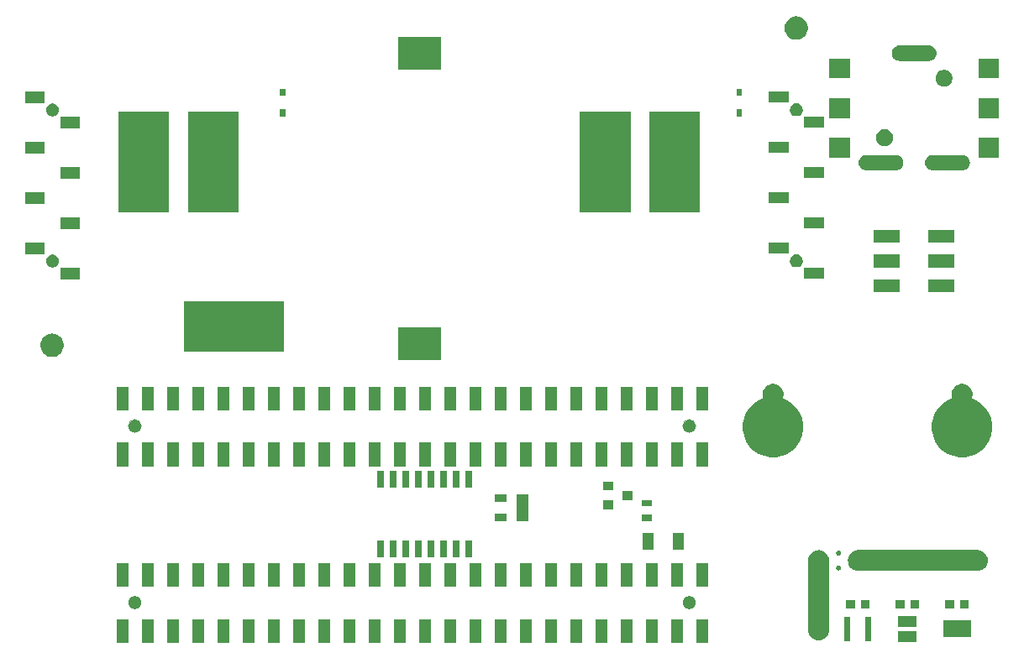
<source format=gts>
G04 #@! TF.GenerationSoftware,KiCad,Pcbnew,(5.1.4)-1*
G04 #@! TF.CreationDate,2020-03-06T20:10:18-08:00*
G04 #@! TF.ProjectId,Light_intensity_data_logger,4c696768-745f-4696-9e74-656e73697479,rev?*
G04 #@! TF.SameCoordinates,Original*
G04 #@! TF.FileFunction,Soldermask,Top*
G04 #@! TF.FilePolarity,Negative*
%FSLAX46Y46*%
G04 Gerber Fmt 4.6, Leading zero omitted, Abs format (unit mm)*
G04 Created by KiCad (PCBNEW (5.1.4)-1) date 2020-03-06 20:10:18*
%MOMM*%
%LPD*%
G04 APERTURE LIST*
%ADD10C,0.100000*%
%ADD11C,0.010000*%
G04 APERTURE END LIST*
D10*
X85726000Y-92450000D02*
G75*
G03X85726000Y-92450000I-646000J0D01*
G01*
D11*
G36*
X99611000Y-90785000D02*
G01*
X98489000Y-90785000D01*
X98489000Y-88463000D01*
X99611000Y-88463000D01*
X99611000Y-90785000D01*
G37*
X99611000Y-90785000D02*
X98489000Y-90785000D01*
X98489000Y-88463000D01*
X99611000Y-88463000D01*
X99611000Y-90785000D01*
G36*
X102151000Y-96437000D02*
G01*
X101029000Y-96437000D01*
X101029000Y-94115000D01*
X102151000Y-94115000D01*
X102151000Y-96437000D01*
G37*
X102151000Y-96437000D02*
X101029000Y-96437000D01*
X101029000Y-94115000D01*
X102151000Y-94115000D01*
X102151000Y-96437000D01*
D10*
X141606000Y-92450000D02*
G75*
G03X141606000Y-92450000I-646000J0D01*
G01*
D11*
G36*
X97071000Y-96437000D02*
G01*
X95949000Y-96437000D01*
X95949000Y-94115000D01*
X97071000Y-94115000D01*
X97071000Y-96437000D01*
G37*
X97071000Y-96437000D02*
X95949000Y-96437000D01*
X95949000Y-94115000D01*
X97071000Y-94115000D01*
X97071000Y-96437000D01*
G36*
X97071000Y-90785000D02*
G01*
X95949000Y-90785000D01*
X95949000Y-88463000D01*
X97071000Y-88463000D01*
X97071000Y-90785000D01*
G37*
X97071000Y-90785000D02*
X95949000Y-90785000D01*
X95949000Y-88463000D01*
X97071000Y-88463000D01*
X97071000Y-90785000D01*
G36*
X84371000Y-90785000D02*
G01*
X83249000Y-90785000D01*
X83249000Y-88463000D01*
X84371000Y-88463000D01*
X84371000Y-90785000D01*
G37*
X84371000Y-90785000D02*
X83249000Y-90785000D01*
X83249000Y-88463000D01*
X84371000Y-88463000D01*
X84371000Y-90785000D01*
G36*
X91991000Y-90785000D02*
G01*
X90869000Y-90785000D01*
X90869000Y-88463000D01*
X91991000Y-88463000D01*
X91991000Y-90785000D01*
G37*
X91991000Y-90785000D02*
X90869000Y-90785000D01*
X90869000Y-88463000D01*
X91991000Y-88463000D01*
X91991000Y-90785000D01*
G36*
X89451000Y-96437000D02*
G01*
X88329000Y-96437000D01*
X88329000Y-94115000D01*
X89451000Y-94115000D01*
X89451000Y-96437000D01*
G37*
X89451000Y-96437000D02*
X88329000Y-96437000D01*
X88329000Y-94115000D01*
X89451000Y-94115000D01*
X89451000Y-96437000D01*
G36*
X84371000Y-96437000D02*
G01*
X83249000Y-96437000D01*
X83249000Y-94115000D01*
X84371000Y-94115000D01*
X84371000Y-96437000D01*
G37*
X84371000Y-96437000D02*
X83249000Y-96437000D01*
X83249000Y-94115000D01*
X84371000Y-94115000D01*
X84371000Y-96437000D01*
G36*
X86911000Y-96437000D02*
G01*
X85789000Y-96437000D01*
X85789000Y-94115000D01*
X86911000Y-94115000D01*
X86911000Y-96437000D01*
G37*
X86911000Y-96437000D02*
X85789000Y-96437000D01*
X85789000Y-94115000D01*
X86911000Y-94115000D01*
X86911000Y-96437000D01*
G36*
X89451000Y-90785000D02*
G01*
X88329000Y-90785000D01*
X88329000Y-88463000D01*
X89451000Y-88463000D01*
X89451000Y-90785000D01*
G37*
X89451000Y-90785000D02*
X88329000Y-90785000D01*
X88329000Y-88463000D01*
X89451000Y-88463000D01*
X89451000Y-90785000D01*
G36*
X102151000Y-90785000D02*
G01*
X101029000Y-90785000D01*
X101029000Y-88463000D01*
X102151000Y-88463000D01*
X102151000Y-90785000D01*
G37*
X102151000Y-90785000D02*
X101029000Y-90785000D01*
X101029000Y-88463000D01*
X102151000Y-88463000D01*
X102151000Y-90785000D01*
G36*
X104691000Y-90785000D02*
G01*
X103569000Y-90785000D01*
X103569000Y-88463000D01*
X104691000Y-88463000D01*
X104691000Y-90785000D01*
G37*
X104691000Y-90785000D02*
X103569000Y-90785000D01*
X103569000Y-88463000D01*
X104691000Y-88463000D01*
X104691000Y-90785000D01*
G36*
X94531000Y-96437000D02*
G01*
X93409000Y-96437000D01*
X93409000Y-94115000D01*
X94531000Y-94115000D01*
X94531000Y-96437000D01*
G37*
X94531000Y-96437000D02*
X93409000Y-96437000D01*
X93409000Y-94115000D01*
X94531000Y-94115000D01*
X94531000Y-96437000D01*
G36*
X104691000Y-96437000D02*
G01*
X103569000Y-96437000D01*
X103569000Y-94115000D01*
X104691000Y-94115000D01*
X104691000Y-96437000D01*
G37*
X104691000Y-96437000D02*
X103569000Y-96437000D01*
X103569000Y-94115000D01*
X104691000Y-94115000D01*
X104691000Y-96437000D01*
G36*
X86911000Y-90785000D02*
G01*
X85789000Y-90785000D01*
X85789000Y-88463000D01*
X86911000Y-88463000D01*
X86911000Y-90785000D01*
G37*
X86911000Y-90785000D02*
X85789000Y-90785000D01*
X85789000Y-88463000D01*
X86911000Y-88463000D01*
X86911000Y-90785000D01*
G36*
X94531000Y-90785000D02*
G01*
X93409000Y-90785000D01*
X93409000Y-88463000D01*
X94531000Y-88463000D01*
X94531000Y-90785000D01*
G37*
X94531000Y-90785000D02*
X93409000Y-90785000D01*
X93409000Y-88463000D01*
X94531000Y-88463000D01*
X94531000Y-90785000D01*
G36*
X99611000Y-96437000D02*
G01*
X98489000Y-96437000D01*
X98489000Y-94115000D01*
X99611000Y-94115000D01*
X99611000Y-96437000D01*
G37*
X99611000Y-96437000D02*
X98489000Y-96437000D01*
X98489000Y-94115000D01*
X99611000Y-94115000D01*
X99611000Y-96437000D01*
G36*
X91991000Y-96437000D02*
G01*
X90869000Y-96437000D01*
X90869000Y-94115000D01*
X91991000Y-94115000D01*
X91991000Y-96437000D01*
G37*
X91991000Y-96437000D02*
X90869000Y-96437000D01*
X90869000Y-94115000D01*
X91991000Y-94115000D01*
X91991000Y-96437000D01*
G36*
X109771000Y-90785000D02*
G01*
X108649000Y-90785000D01*
X108649000Y-88463000D01*
X109771000Y-88463000D01*
X109771000Y-90785000D01*
G37*
X109771000Y-90785000D02*
X108649000Y-90785000D01*
X108649000Y-88463000D01*
X109771000Y-88463000D01*
X109771000Y-90785000D01*
G36*
X114851000Y-96437000D02*
G01*
X113729000Y-96437000D01*
X113729000Y-94115000D01*
X114851000Y-94115000D01*
X114851000Y-96437000D01*
G37*
X114851000Y-96437000D02*
X113729000Y-96437000D01*
X113729000Y-94115000D01*
X114851000Y-94115000D01*
X114851000Y-96437000D01*
G36*
X109771000Y-96437000D02*
G01*
X108649000Y-96437000D01*
X108649000Y-94115000D01*
X109771000Y-94115000D01*
X109771000Y-96437000D01*
G37*
X109771000Y-96437000D02*
X108649000Y-96437000D01*
X108649000Y-94115000D01*
X109771000Y-94115000D01*
X109771000Y-96437000D01*
G36*
X112311000Y-90785000D02*
G01*
X111189000Y-90785000D01*
X111189000Y-88463000D01*
X112311000Y-88463000D01*
X112311000Y-90785000D01*
G37*
X112311000Y-90785000D02*
X111189000Y-90785000D01*
X111189000Y-88463000D01*
X112311000Y-88463000D01*
X112311000Y-90785000D01*
G36*
X114851000Y-90785000D02*
G01*
X113729000Y-90785000D01*
X113729000Y-88463000D01*
X114851000Y-88463000D01*
X114851000Y-90785000D01*
G37*
X114851000Y-90785000D02*
X113729000Y-90785000D01*
X113729000Y-88463000D01*
X114851000Y-88463000D01*
X114851000Y-90785000D01*
G36*
X119931000Y-90785000D02*
G01*
X118809000Y-90785000D01*
X118809000Y-88463000D01*
X119931000Y-88463000D01*
X119931000Y-90785000D01*
G37*
X119931000Y-90785000D02*
X118809000Y-90785000D01*
X118809000Y-88463000D01*
X119931000Y-88463000D01*
X119931000Y-90785000D01*
G36*
X112311000Y-96437000D02*
G01*
X111189000Y-96437000D01*
X111189000Y-94115000D01*
X112311000Y-94115000D01*
X112311000Y-96437000D01*
G37*
X112311000Y-96437000D02*
X111189000Y-96437000D01*
X111189000Y-94115000D01*
X112311000Y-94115000D01*
X112311000Y-96437000D01*
G36*
X117391000Y-96437000D02*
G01*
X116269000Y-96437000D01*
X116269000Y-94115000D01*
X117391000Y-94115000D01*
X117391000Y-96437000D01*
G37*
X117391000Y-96437000D02*
X116269000Y-96437000D01*
X116269000Y-94115000D01*
X117391000Y-94115000D01*
X117391000Y-96437000D01*
G36*
X107231000Y-90785000D02*
G01*
X106109000Y-90785000D01*
X106109000Y-88463000D01*
X107231000Y-88463000D01*
X107231000Y-90785000D01*
G37*
X107231000Y-90785000D02*
X106109000Y-90785000D01*
X106109000Y-88463000D01*
X107231000Y-88463000D01*
X107231000Y-90785000D01*
G36*
X107231000Y-96437000D02*
G01*
X106109000Y-96437000D01*
X106109000Y-94115000D01*
X107231000Y-94115000D01*
X107231000Y-96437000D01*
G37*
X107231000Y-96437000D02*
X106109000Y-96437000D01*
X106109000Y-94115000D01*
X107231000Y-94115000D01*
X107231000Y-96437000D01*
G36*
X117391000Y-90785000D02*
G01*
X116269000Y-90785000D01*
X116269000Y-88463000D01*
X117391000Y-88463000D01*
X117391000Y-90785000D01*
G37*
X117391000Y-90785000D02*
X116269000Y-90785000D01*
X116269000Y-88463000D01*
X117391000Y-88463000D01*
X117391000Y-90785000D01*
G36*
X132631000Y-90785000D02*
G01*
X131509000Y-90785000D01*
X131509000Y-88463000D01*
X132631000Y-88463000D01*
X132631000Y-90785000D01*
G37*
X132631000Y-90785000D02*
X131509000Y-90785000D01*
X131509000Y-88463000D01*
X132631000Y-88463000D01*
X132631000Y-90785000D01*
G36*
X132631000Y-96437000D02*
G01*
X131509000Y-96437000D01*
X131509000Y-94115000D01*
X132631000Y-94115000D01*
X132631000Y-96437000D01*
G37*
X132631000Y-96437000D02*
X131509000Y-96437000D01*
X131509000Y-94115000D01*
X132631000Y-94115000D01*
X132631000Y-96437000D01*
G36*
X137711000Y-90785000D02*
G01*
X136589000Y-90785000D01*
X136589000Y-88463000D01*
X137711000Y-88463000D01*
X137711000Y-90785000D01*
G37*
X137711000Y-90785000D02*
X136589000Y-90785000D01*
X136589000Y-88463000D01*
X137711000Y-88463000D01*
X137711000Y-90785000D01*
G36*
X135171000Y-90785000D02*
G01*
X134049000Y-90785000D01*
X134049000Y-88463000D01*
X135171000Y-88463000D01*
X135171000Y-90785000D01*
G37*
X135171000Y-90785000D02*
X134049000Y-90785000D01*
X134049000Y-88463000D01*
X135171000Y-88463000D01*
X135171000Y-90785000D01*
G36*
X127551000Y-96437000D02*
G01*
X126429000Y-96437000D01*
X126429000Y-94115000D01*
X127551000Y-94115000D01*
X127551000Y-96437000D01*
G37*
X127551000Y-96437000D02*
X126429000Y-96437000D01*
X126429000Y-94115000D01*
X127551000Y-94115000D01*
X127551000Y-96437000D01*
G36*
X127551000Y-90785000D02*
G01*
X126429000Y-90785000D01*
X126429000Y-88463000D01*
X127551000Y-88463000D01*
X127551000Y-90785000D01*
G37*
X127551000Y-90785000D02*
X126429000Y-90785000D01*
X126429000Y-88463000D01*
X127551000Y-88463000D01*
X127551000Y-90785000D01*
G36*
X135171000Y-96437000D02*
G01*
X134049000Y-96437000D01*
X134049000Y-94115000D01*
X135171000Y-94115000D01*
X135171000Y-96437000D01*
G37*
X135171000Y-96437000D02*
X134049000Y-96437000D01*
X134049000Y-94115000D01*
X135171000Y-94115000D01*
X135171000Y-96437000D01*
G36*
X140251000Y-96437000D02*
G01*
X139129000Y-96437000D01*
X139129000Y-94115000D01*
X140251000Y-94115000D01*
X140251000Y-96437000D01*
G37*
X140251000Y-96437000D02*
X139129000Y-96437000D01*
X139129000Y-94115000D01*
X140251000Y-94115000D01*
X140251000Y-96437000D01*
G36*
X140251000Y-90785000D02*
G01*
X139129000Y-90785000D01*
X139129000Y-88463000D01*
X140251000Y-88463000D01*
X140251000Y-90785000D01*
G37*
X140251000Y-90785000D02*
X139129000Y-90785000D01*
X139129000Y-88463000D01*
X140251000Y-88463000D01*
X140251000Y-90785000D01*
G36*
X125011000Y-90785000D02*
G01*
X123889000Y-90785000D01*
X123889000Y-88463000D01*
X125011000Y-88463000D01*
X125011000Y-90785000D01*
G37*
X125011000Y-90785000D02*
X123889000Y-90785000D01*
X123889000Y-88463000D01*
X125011000Y-88463000D01*
X125011000Y-90785000D01*
G36*
X125011000Y-96437000D02*
G01*
X123889000Y-96437000D01*
X123889000Y-94115000D01*
X125011000Y-94115000D01*
X125011000Y-96437000D01*
G37*
X125011000Y-96437000D02*
X123889000Y-96437000D01*
X123889000Y-94115000D01*
X125011000Y-94115000D01*
X125011000Y-96437000D01*
G36*
X119931000Y-96437000D02*
G01*
X118809000Y-96437000D01*
X118809000Y-94115000D01*
X119931000Y-94115000D01*
X119931000Y-96437000D01*
G37*
X119931000Y-96437000D02*
X118809000Y-96437000D01*
X118809000Y-94115000D01*
X119931000Y-94115000D01*
X119931000Y-96437000D01*
G36*
X122471000Y-96437000D02*
G01*
X121349000Y-96437000D01*
X121349000Y-94115000D01*
X122471000Y-94115000D01*
X122471000Y-96437000D01*
G37*
X122471000Y-96437000D02*
X121349000Y-96437000D01*
X121349000Y-94115000D01*
X122471000Y-94115000D01*
X122471000Y-96437000D01*
G36*
X130091000Y-90785000D02*
G01*
X128969000Y-90785000D01*
X128969000Y-88463000D01*
X130091000Y-88463000D01*
X130091000Y-90785000D01*
G37*
X130091000Y-90785000D02*
X128969000Y-90785000D01*
X128969000Y-88463000D01*
X130091000Y-88463000D01*
X130091000Y-90785000D01*
G36*
X137711000Y-96437000D02*
G01*
X136589000Y-96437000D01*
X136589000Y-94115000D01*
X137711000Y-94115000D01*
X137711000Y-96437000D01*
G37*
X137711000Y-96437000D02*
X136589000Y-96437000D01*
X136589000Y-94115000D01*
X137711000Y-94115000D01*
X137711000Y-96437000D01*
G36*
X142791000Y-90785000D02*
G01*
X141669000Y-90785000D01*
X141669000Y-88463000D01*
X142791000Y-88463000D01*
X142791000Y-90785000D01*
G37*
X142791000Y-90785000D02*
X141669000Y-90785000D01*
X141669000Y-88463000D01*
X142791000Y-88463000D01*
X142791000Y-90785000D01*
G36*
X142791000Y-96437000D02*
G01*
X141669000Y-96437000D01*
X141669000Y-94115000D01*
X142791000Y-94115000D01*
X142791000Y-96437000D01*
G37*
X142791000Y-96437000D02*
X141669000Y-96437000D01*
X141669000Y-94115000D01*
X142791000Y-94115000D01*
X142791000Y-96437000D01*
G36*
X122471000Y-90785000D02*
G01*
X121349000Y-90785000D01*
X121349000Y-88463000D01*
X122471000Y-88463000D01*
X122471000Y-90785000D01*
G37*
X122471000Y-90785000D02*
X121349000Y-90785000D01*
X121349000Y-88463000D01*
X122471000Y-88463000D01*
X122471000Y-90785000D01*
G36*
X130091000Y-96437000D02*
G01*
X128969000Y-96437000D01*
X128969000Y-94115000D01*
X130091000Y-94115000D01*
X130091000Y-96437000D01*
G37*
X130091000Y-96437000D02*
X128969000Y-96437000D01*
X128969000Y-94115000D01*
X130091000Y-94115000D01*
X130091000Y-96437000D01*
G36*
X142791000Y-78627000D02*
G01*
X141669000Y-78627000D01*
X141669000Y-76305000D01*
X142791000Y-76305000D01*
X142791000Y-78627000D01*
G37*
X142791000Y-78627000D02*
X141669000Y-78627000D01*
X141669000Y-76305000D01*
X142791000Y-76305000D01*
X142791000Y-78627000D01*
G36*
X142791000Y-72975000D02*
G01*
X141669000Y-72975000D01*
X141669000Y-70653000D01*
X142791000Y-70653000D01*
X142791000Y-72975000D01*
G37*
X142791000Y-72975000D02*
X141669000Y-72975000D01*
X141669000Y-70653000D01*
X142791000Y-70653000D01*
X142791000Y-72975000D01*
G36*
X140251000Y-78627000D02*
G01*
X139129000Y-78627000D01*
X139129000Y-76305000D01*
X140251000Y-76305000D01*
X140251000Y-78627000D01*
G37*
X140251000Y-78627000D02*
X139129000Y-78627000D01*
X139129000Y-76305000D01*
X140251000Y-76305000D01*
X140251000Y-78627000D01*
G36*
X140251000Y-72975000D02*
G01*
X139129000Y-72975000D01*
X139129000Y-70653000D01*
X140251000Y-70653000D01*
X140251000Y-72975000D01*
G37*
X140251000Y-72975000D02*
X139129000Y-72975000D01*
X139129000Y-70653000D01*
X140251000Y-70653000D01*
X140251000Y-72975000D01*
G36*
X137711000Y-78627000D02*
G01*
X136589000Y-78627000D01*
X136589000Y-76305000D01*
X137711000Y-76305000D01*
X137711000Y-78627000D01*
G37*
X137711000Y-78627000D02*
X136589000Y-78627000D01*
X136589000Y-76305000D01*
X137711000Y-76305000D01*
X137711000Y-78627000D01*
G36*
X137711000Y-72975000D02*
G01*
X136589000Y-72975000D01*
X136589000Y-70653000D01*
X137711000Y-70653000D01*
X137711000Y-72975000D01*
G37*
X137711000Y-72975000D02*
X136589000Y-72975000D01*
X136589000Y-70653000D01*
X137711000Y-70653000D01*
X137711000Y-72975000D01*
G36*
X135171000Y-78627000D02*
G01*
X134049000Y-78627000D01*
X134049000Y-76305000D01*
X135171000Y-76305000D01*
X135171000Y-78627000D01*
G37*
X135171000Y-78627000D02*
X134049000Y-78627000D01*
X134049000Y-76305000D01*
X135171000Y-76305000D01*
X135171000Y-78627000D01*
G36*
X135171000Y-72975000D02*
G01*
X134049000Y-72975000D01*
X134049000Y-70653000D01*
X135171000Y-70653000D01*
X135171000Y-72975000D01*
G37*
X135171000Y-72975000D02*
X134049000Y-72975000D01*
X134049000Y-70653000D01*
X135171000Y-70653000D01*
X135171000Y-72975000D01*
G36*
X132631000Y-78627000D02*
G01*
X131509000Y-78627000D01*
X131509000Y-76305000D01*
X132631000Y-76305000D01*
X132631000Y-78627000D01*
G37*
X132631000Y-78627000D02*
X131509000Y-78627000D01*
X131509000Y-76305000D01*
X132631000Y-76305000D01*
X132631000Y-78627000D01*
G36*
X132631000Y-72975000D02*
G01*
X131509000Y-72975000D01*
X131509000Y-70653000D01*
X132631000Y-70653000D01*
X132631000Y-72975000D01*
G37*
X132631000Y-72975000D02*
X131509000Y-72975000D01*
X131509000Y-70653000D01*
X132631000Y-70653000D01*
X132631000Y-72975000D01*
G36*
X130091000Y-78627000D02*
G01*
X128969000Y-78627000D01*
X128969000Y-76305000D01*
X130091000Y-76305000D01*
X130091000Y-78627000D01*
G37*
X130091000Y-78627000D02*
X128969000Y-78627000D01*
X128969000Y-76305000D01*
X130091000Y-76305000D01*
X130091000Y-78627000D01*
G36*
X130091000Y-72975000D02*
G01*
X128969000Y-72975000D01*
X128969000Y-70653000D01*
X130091000Y-70653000D01*
X130091000Y-72975000D01*
G37*
X130091000Y-72975000D02*
X128969000Y-72975000D01*
X128969000Y-70653000D01*
X130091000Y-70653000D01*
X130091000Y-72975000D01*
G36*
X127551000Y-78627000D02*
G01*
X126429000Y-78627000D01*
X126429000Y-76305000D01*
X127551000Y-76305000D01*
X127551000Y-78627000D01*
G37*
X127551000Y-78627000D02*
X126429000Y-78627000D01*
X126429000Y-76305000D01*
X127551000Y-76305000D01*
X127551000Y-78627000D01*
G36*
X127551000Y-72975000D02*
G01*
X126429000Y-72975000D01*
X126429000Y-70653000D01*
X127551000Y-70653000D01*
X127551000Y-72975000D01*
G37*
X127551000Y-72975000D02*
X126429000Y-72975000D01*
X126429000Y-70653000D01*
X127551000Y-70653000D01*
X127551000Y-72975000D01*
G36*
X125011000Y-78627000D02*
G01*
X123889000Y-78627000D01*
X123889000Y-76305000D01*
X125011000Y-76305000D01*
X125011000Y-78627000D01*
G37*
X125011000Y-78627000D02*
X123889000Y-78627000D01*
X123889000Y-76305000D01*
X125011000Y-76305000D01*
X125011000Y-78627000D01*
G36*
X125011000Y-72975000D02*
G01*
X123889000Y-72975000D01*
X123889000Y-70653000D01*
X125011000Y-70653000D01*
X125011000Y-72975000D01*
G37*
X125011000Y-72975000D02*
X123889000Y-72975000D01*
X123889000Y-70653000D01*
X125011000Y-70653000D01*
X125011000Y-72975000D01*
G36*
X122471000Y-78627000D02*
G01*
X121349000Y-78627000D01*
X121349000Y-76305000D01*
X122471000Y-76305000D01*
X122471000Y-78627000D01*
G37*
X122471000Y-78627000D02*
X121349000Y-78627000D01*
X121349000Y-76305000D01*
X122471000Y-76305000D01*
X122471000Y-78627000D01*
G36*
X122471000Y-72975000D02*
G01*
X121349000Y-72975000D01*
X121349000Y-70653000D01*
X122471000Y-70653000D01*
X122471000Y-72975000D01*
G37*
X122471000Y-72975000D02*
X121349000Y-72975000D01*
X121349000Y-70653000D01*
X122471000Y-70653000D01*
X122471000Y-72975000D01*
G36*
X119931000Y-78627000D02*
G01*
X118809000Y-78627000D01*
X118809000Y-76305000D01*
X119931000Y-76305000D01*
X119931000Y-78627000D01*
G37*
X119931000Y-78627000D02*
X118809000Y-78627000D01*
X118809000Y-76305000D01*
X119931000Y-76305000D01*
X119931000Y-78627000D01*
G36*
X119931000Y-72975000D02*
G01*
X118809000Y-72975000D01*
X118809000Y-70653000D01*
X119931000Y-70653000D01*
X119931000Y-72975000D01*
G37*
X119931000Y-72975000D02*
X118809000Y-72975000D01*
X118809000Y-70653000D01*
X119931000Y-70653000D01*
X119931000Y-72975000D01*
G36*
X117391000Y-78627000D02*
G01*
X116269000Y-78627000D01*
X116269000Y-76305000D01*
X117391000Y-76305000D01*
X117391000Y-78627000D01*
G37*
X117391000Y-78627000D02*
X116269000Y-78627000D01*
X116269000Y-76305000D01*
X117391000Y-76305000D01*
X117391000Y-78627000D01*
G36*
X117391000Y-72975000D02*
G01*
X116269000Y-72975000D01*
X116269000Y-70653000D01*
X117391000Y-70653000D01*
X117391000Y-72975000D01*
G37*
X117391000Y-72975000D02*
X116269000Y-72975000D01*
X116269000Y-70653000D01*
X117391000Y-70653000D01*
X117391000Y-72975000D01*
G36*
X114851000Y-78627000D02*
G01*
X113729000Y-78627000D01*
X113729000Y-76305000D01*
X114851000Y-76305000D01*
X114851000Y-78627000D01*
G37*
X114851000Y-78627000D02*
X113729000Y-78627000D01*
X113729000Y-76305000D01*
X114851000Y-76305000D01*
X114851000Y-78627000D01*
G36*
X114851000Y-72975000D02*
G01*
X113729000Y-72975000D01*
X113729000Y-70653000D01*
X114851000Y-70653000D01*
X114851000Y-72975000D01*
G37*
X114851000Y-72975000D02*
X113729000Y-72975000D01*
X113729000Y-70653000D01*
X114851000Y-70653000D01*
X114851000Y-72975000D01*
G36*
X112311000Y-78627000D02*
G01*
X111189000Y-78627000D01*
X111189000Y-76305000D01*
X112311000Y-76305000D01*
X112311000Y-78627000D01*
G37*
X112311000Y-78627000D02*
X111189000Y-78627000D01*
X111189000Y-76305000D01*
X112311000Y-76305000D01*
X112311000Y-78627000D01*
G36*
X112311000Y-72975000D02*
G01*
X111189000Y-72975000D01*
X111189000Y-70653000D01*
X112311000Y-70653000D01*
X112311000Y-72975000D01*
G37*
X112311000Y-72975000D02*
X111189000Y-72975000D01*
X111189000Y-70653000D01*
X112311000Y-70653000D01*
X112311000Y-72975000D01*
G36*
X109771000Y-78627000D02*
G01*
X108649000Y-78627000D01*
X108649000Y-76305000D01*
X109771000Y-76305000D01*
X109771000Y-78627000D01*
G37*
X109771000Y-78627000D02*
X108649000Y-78627000D01*
X108649000Y-76305000D01*
X109771000Y-76305000D01*
X109771000Y-78627000D01*
G36*
X109771000Y-72975000D02*
G01*
X108649000Y-72975000D01*
X108649000Y-70653000D01*
X109771000Y-70653000D01*
X109771000Y-72975000D01*
G37*
X109771000Y-72975000D02*
X108649000Y-72975000D01*
X108649000Y-70653000D01*
X109771000Y-70653000D01*
X109771000Y-72975000D01*
G36*
X107231000Y-78627000D02*
G01*
X106109000Y-78627000D01*
X106109000Y-76305000D01*
X107231000Y-76305000D01*
X107231000Y-78627000D01*
G37*
X107231000Y-78627000D02*
X106109000Y-78627000D01*
X106109000Y-76305000D01*
X107231000Y-76305000D01*
X107231000Y-78627000D01*
G36*
X107231000Y-72975000D02*
G01*
X106109000Y-72975000D01*
X106109000Y-70653000D01*
X107231000Y-70653000D01*
X107231000Y-72975000D01*
G37*
X107231000Y-72975000D02*
X106109000Y-72975000D01*
X106109000Y-70653000D01*
X107231000Y-70653000D01*
X107231000Y-72975000D01*
G36*
X104691000Y-78627000D02*
G01*
X103569000Y-78627000D01*
X103569000Y-76305000D01*
X104691000Y-76305000D01*
X104691000Y-78627000D01*
G37*
X104691000Y-78627000D02*
X103569000Y-78627000D01*
X103569000Y-76305000D01*
X104691000Y-76305000D01*
X104691000Y-78627000D01*
G36*
X104691000Y-72975000D02*
G01*
X103569000Y-72975000D01*
X103569000Y-70653000D01*
X104691000Y-70653000D01*
X104691000Y-72975000D01*
G37*
X104691000Y-72975000D02*
X103569000Y-72975000D01*
X103569000Y-70653000D01*
X104691000Y-70653000D01*
X104691000Y-72975000D01*
G36*
X102151000Y-78627000D02*
G01*
X101029000Y-78627000D01*
X101029000Y-76305000D01*
X102151000Y-76305000D01*
X102151000Y-78627000D01*
G37*
X102151000Y-78627000D02*
X101029000Y-78627000D01*
X101029000Y-76305000D01*
X102151000Y-76305000D01*
X102151000Y-78627000D01*
G36*
X102151000Y-72975000D02*
G01*
X101029000Y-72975000D01*
X101029000Y-70653000D01*
X102151000Y-70653000D01*
X102151000Y-72975000D01*
G37*
X102151000Y-72975000D02*
X101029000Y-72975000D01*
X101029000Y-70653000D01*
X102151000Y-70653000D01*
X102151000Y-72975000D01*
G36*
X99611000Y-78627000D02*
G01*
X98489000Y-78627000D01*
X98489000Y-76305000D01*
X99611000Y-76305000D01*
X99611000Y-78627000D01*
G37*
X99611000Y-78627000D02*
X98489000Y-78627000D01*
X98489000Y-76305000D01*
X99611000Y-76305000D01*
X99611000Y-78627000D01*
G36*
X99611000Y-72975000D02*
G01*
X98489000Y-72975000D01*
X98489000Y-70653000D01*
X99611000Y-70653000D01*
X99611000Y-72975000D01*
G37*
X99611000Y-72975000D02*
X98489000Y-72975000D01*
X98489000Y-70653000D01*
X99611000Y-70653000D01*
X99611000Y-72975000D01*
G36*
X97071000Y-78627000D02*
G01*
X95949000Y-78627000D01*
X95949000Y-76305000D01*
X97071000Y-76305000D01*
X97071000Y-78627000D01*
G37*
X97071000Y-78627000D02*
X95949000Y-78627000D01*
X95949000Y-76305000D01*
X97071000Y-76305000D01*
X97071000Y-78627000D01*
G36*
X97071000Y-72975000D02*
G01*
X95949000Y-72975000D01*
X95949000Y-70653000D01*
X97071000Y-70653000D01*
X97071000Y-72975000D01*
G37*
X97071000Y-72975000D02*
X95949000Y-72975000D01*
X95949000Y-70653000D01*
X97071000Y-70653000D01*
X97071000Y-72975000D01*
G36*
X94531000Y-78627000D02*
G01*
X93409000Y-78627000D01*
X93409000Y-76305000D01*
X94531000Y-76305000D01*
X94531000Y-78627000D01*
G37*
X94531000Y-78627000D02*
X93409000Y-78627000D01*
X93409000Y-76305000D01*
X94531000Y-76305000D01*
X94531000Y-78627000D01*
G36*
X94531000Y-72975000D02*
G01*
X93409000Y-72975000D01*
X93409000Y-70653000D01*
X94531000Y-70653000D01*
X94531000Y-72975000D01*
G37*
X94531000Y-72975000D02*
X93409000Y-72975000D01*
X93409000Y-70653000D01*
X94531000Y-70653000D01*
X94531000Y-72975000D01*
G36*
X91991000Y-78627000D02*
G01*
X90869000Y-78627000D01*
X90869000Y-76305000D01*
X91991000Y-76305000D01*
X91991000Y-78627000D01*
G37*
X91991000Y-78627000D02*
X90869000Y-78627000D01*
X90869000Y-76305000D01*
X91991000Y-76305000D01*
X91991000Y-78627000D01*
G36*
X91991000Y-72975000D02*
G01*
X90869000Y-72975000D01*
X90869000Y-70653000D01*
X91991000Y-70653000D01*
X91991000Y-72975000D01*
G37*
X91991000Y-72975000D02*
X90869000Y-72975000D01*
X90869000Y-70653000D01*
X91991000Y-70653000D01*
X91991000Y-72975000D01*
G36*
X89451000Y-78627000D02*
G01*
X88329000Y-78627000D01*
X88329000Y-76305000D01*
X89451000Y-76305000D01*
X89451000Y-78627000D01*
G37*
X89451000Y-78627000D02*
X88329000Y-78627000D01*
X88329000Y-76305000D01*
X89451000Y-76305000D01*
X89451000Y-78627000D01*
G36*
X89451000Y-72975000D02*
G01*
X88329000Y-72975000D01*
X88329000Y-70653000D01*
X89451000Y-70653000D01*
X89451000Y-72975000D01*
G37*
X89451000Y-72975000D02*
X88329000Y-72975000D01*
X88329000Y-70653000D01*
X89451000Y-70653000D01*
X89451000Y-72975000D01*
G36*
X86911000Y-78627000D02*
G01*
X85789000Y-78627000D01*
X85789000Y-76305000D01*
X86911000Y-76305000D01*
X86911000Y-78627000D01*
G37*
X86911000Y-78627000D02*
X85789000Y-78627000D01*
X85789000Y-76305000D01*
X86911000Y-76305000D01*
X86911000Y-78627000D01*
G36*
X86911000Y-72975000D02*
G01*
X85789000Y-72975000D01*
X85789000Y-70653000D01*
X86911000Y-70653000D01*
X86911000Y-72975000D01*
G37*
X86911000Y-72975000D02*
X85789000Y-72975000D01*
X85789000Y-70653000D01*
X86911000Y-70653000D01*
X86911000Y-72975000D01*
G36*
X84371000Y-78627000D02*
G01*
X83249000Y-78627000D01*
X83249000Y-76305000D01*
X84371000Y-76305000D01*
X84371000Y-78627000D01*
G37*
X84371000Y-78627000D02*
X83249000Y-78627000D01*
X83249000Y-76305000D01*
X84371000Y-76305000D01*
X84371000Y-78627000D01*
G36*
X84371000Y-72975000D02*
G01*
X83249000Y-72975000D01*
X83249000Y-70653000D01*
X84371000Y-70653000D01*
X84371000Y-72975000D01*
G37*
X84371000Y-72975000D02*
X83249000Y-72975000D01*
X83249000Y-70653000D01*
X84371000Y-70653000D01*
X84371000Y-72975000D01*
D10*
X85726000Y-74640000D02*
G75*
G03X85726000Y-74640000I-646000J0D01*
G01*
X141606000Y-74640000D02*
G75*
G03X141606000Y-74640000I-646000J0D01*
G01*
G36*
X163841000Y-96411000D02*
G01*
X162039000Y-96411000D01*
X162039000Y-95309000D01*
X163841000Y-95309000D01*
X163841000Y-96411000D01*
X163841000Y-96411000D01*
G37*
G36*
X159266000Y-96311000D02*
G01*
X158664000Y-96311000D01*
X158664000Y-93909000D01*
X159266000Y-93909000D01*
X159266000Y-96311000D01*
X159266000Y-96311000D01*
G37*
G36*
X157216001Y-96311000D02*
G01*
X156614001Y-96311000D01*
X156614001Y-93909000D01*
X157216001Y-93909000D01*
X157216001Y-96311000D01*
X157216001Y-96311000D01*
G37*
G36*
X154206031Y-87164207D02*
G01*
X154404145Y-87224305D01*
X154404148Y-87224306D01*
X154461632Y-87255032D01*
X154586729Y-87321897D01*
X154746765Y-87453235D01*
X154878103Y-87613271D01*
X154919838Y-87691353D01*
X154975694Y-87795851D01*
X154975694Y-87795852D01*
X154975695Y-87795854D01*
X155035793Y-87993968D01*
X155051000Y-88148370D01*
X155051000Y-95251630D01*
X155035793Y-95406032D01*
X154975695Y-95604146D01*
X154975694Y-95604149D01*
X154945306Y-95661000D01*
X154878103Y-95786729D01*
X154746765Y-95946765D01*
X154586729Y-96078103D01*
X154500975Y-96123939D01*
X154404149Y-96175694D01*
X154404146Y-96175695D01*
X154206032Y-96235793D01*
X154000000Y-96256085D01*
X153793969Y-96235793D01*
X153595855Y-96175695D01*
X153595852Y-96175694D01*
X153499026Y-96123939D01*
X153413272Y-96078103D01*
X153253236Y-95946765D01*
X153121898Y-95786729D01*
X153054695Y-95661000D01*
X153024307Y-95604149D01*
X153024306Y-95604146D01*
X152964208Y-95406032D01*
X152949001Y-95251630D01*
X152949000Y-88148371D01*
X152964207Y-87993969D01*
X153024305Y-87795855D01*
X153024306Y-87795852D01*
X153059521Y-87729970D01*
X153121897Y-87613271D01*
X153253235Y-87453235D01*
X153413271Y-87321897D01*
X153538367Y-87255032D01*
X153595851Y-87224306D01*
X153595854Y-87224305D01*
X153793968Y-87164207D01*
X154000000Y-87143915D01*
X154206031Y-87164207D01*
X154206031Y-87164207D01*
G37*
G36*
X169341000Y-95946000D02*
G01*
X166539000Y-95946000D01*
X166539000Y-94194000D01*
X169341000Y-94194000D01*
X169341000Y-95946000D01*
X169341000Y-95946000D01*
G37*
G36*
X163841000Y-94911000D02*
G01*
X162039000Y-94911000D01*
X162039000Y-93809000D01*
X163841000Y-93809000D01*
X163841000Y-94911000D01*
X163841000Y-94911000D01*
G37*
G36*
X141148431Y-91828825D02*
G01*
X141265995Y-91877521D01*
X141371801Y-91948219D01*
X141461781Y-92038199D01*
X141532479Y-92144005D01*
X141581175Y-92261569D01*
X141606000Y-92386373D01*
X141606000Y-92513627D01*
X141581175Y-92638431D01*
X141532479Y-92755995D01*
X141461781Y-92861801D01*
X141371801Y-92951781D01*
X141265995Y-93022479D01*
X141148431Y-93071175D01*
X141023627Y-93096000D01*
X140896373Y-93096000D01*
X140771569Y-93071175D01*
X140654005Y-93022479D01*
X140548199Y-92951781D01*
X140458219Y-92861801D01*
X140387521Y-92755995D01*
X140338825Y-92638431D01*
X140314000Y-92513627D01*
X140314000Y-92386373D01*
X140338825Y-92261569D01*
X140387521Y-92144005D01*
X140458219Y-92038199D01*
X140548199Y-91948219D01*
X140654005Y-91877521D01*
X140771569Y-91828825D01*
X140896373Y-91804000D01*
X141023627Y-91804000D01*
X141148431Y-91828825D01*
X141148431Y-91828825D01*
G37*
G36*
X85268431Y-91828825D02*
G01*
X85385995Y-91877521D01*
X85491801Y-91948219D01*
X85581781Y-92038199D01*
X85652479Y-92144005D01*
X85701175Y-92261569D01*
X85726000Y-92386373D01*
X85726000Y-92513627D01*
X85701175Y-92638431D01*
X85652479Y-92755995D01*
X85581781Y-92861801D01*
X85491801Y-92951781D01*
X85385995Y-93022479D01*
X85268431Y-93071175D01*
X85143627Y-93096000D01*
X85016373Y-93096000D01*
X84891569Y-93071175D01*
X84774005Y-93022479D01*
X84668199Y-92951781D01*
X84578219Y-92861801D01*
X84507521Y-92755995D01*
X84458825Y-92638431D01*
X84434000Y-92513627D01*
X84434000Y-92386373D01*
X84458825Y-92261569D01*
X84507521Y-92144005D01*
X84578219Y-92038199D01*
X84668199Y-91948219D01*
X84774005Y-91877521D01*
X84891569Y-91828825D01*
X85016373Y-91804000D01*
X85143627Y-91804000D01*
X85268431Y-91828825D01*
X85268431Y-91828825D01*
G37*
G36*
X169141000Y-93036000D02*
G01*
X168239000Y-93036000D01*
X168239000Y-92184000D01*
X169141000Y-92184000D01*
X169141000Y-93036000D01*
X169141000Y-93036000D01*
G37*
G36*
X167641000Y-93036000D02*
G01*
X166739000Y-93036000D01*
X166739000Y-92184000D01*
X167641000Y-92184000D01*
X167641000Y-93036000D01*
X167641000Y-93036000D01*
G37*
G36*
X164141000Y-93036000D02*
G01*
X163239000Y-93036000D01*
X163239000Y-92184000D01*
X164141000Y-92184000D01*
X164141000Y-93036000D01*
X164141000Y-93036000D01*
G37*
G36*
X162641000Y-93036000D02*
G01*
X161739000Y-93036000D01*
X161739000Y-92184000D01*
X162641000Y-92184000D01*
X162641000Y-93036000D01*
X162641000Y-93036000D01*
G37*
G36*
X157641000Y-93016000D02*
G01*
X156739000Y-93016000D01*
X156739000Y-92164000D01*
X157641000Y-92164000D01*
X157641000Y-93016000D01*
X157641000Y-93016000D01*
G37*
G36*
X159141000Y-93016000D02*
G01*
X158239000Y-93016000D01*
X158239000Y-92164000D01*
X159141000Y-92164000D01*
X159141000Y-93016000D01*
X159141000Y-93016000D01*
G37*
G36*
X170103097Y-87154069D02*
G01*
X170206032Y-87164207D01*
X170404146Y-87224305D01*
X170404149Y-87224306D01*
X170461633Y-87255032D01*
X170586729Y-87321897D01*
X170746765Y-87453235D01*
X170878103Y-87613271D01*
X170919838Y-87691353D01*
X170975694Y-87795851D01*
X170975694Y-87795852D01*
X170975695Y-87795854D01*
X171035793Y-87993968D01*
X171056085Y-88200000D01*
X171035793Y-88406032D01*
X170975695Y-88604146D01*
X170975694Y-88604149D01*
X170924995Y-88699000D01*
X170878103Y-88786729D01*
X170746765Y-88946765D01*
X170586729Y-89078103D01*
X170527057Y-89109998D01*
X170404149Y-89175694D01*
X170404146Y-89175695D01*
X170206032Y-89235793D01*
X170103097Y-89245931D01*
X170051631Y-89251000D01*
X157948369Y-89251000D01*
X157896903Y-89245931D01*
X157793968Y-89235793D01*
X157595854Y-89175695D01*
X157595851Y-89175694D01*
X157472943Y-89109998D01*
X157413271Y-89078103D01*
X157253235Y-88946765D01*
X157121897Y-88786729D01*
X157075005Y-88699000D01*
X157024306Y-88604149D01*
X157024305Y-88604146D01*
X156964207Y-88406032D01*
X156943915Y-88200000D01*
X156964207Y-87993968D01*
X157024305Y-87795854D01*
X157024306Y-87795852D01*
X157024306Y-87795851D01*
X157080162Y-87691353D01*
X157121897Y-87613271D01*
X157253235Y-87453235D01*
X157413271Y-87321897D01*
X157538367Y-87255032D01*
X157595851Y-87224306D01*
X157595854Y-87224305D01*
X157793968Y-87164207D01*
X157896903Y-87154069D01*
X157948369Y-87149000D01*
X170051631Y-87149000D01*
X170103097Y-87154069D01*
X170103097Y-87154069D01*
G37*
G36*
X156073214Y-88708646D02*
G01*
X156073217Y-88708647D01*
X156073216Y-88708647D01*
X156118894Y-88727567D01*
X156159998Y-88755032D01*
X156160000Y-88755034D01*
X156160003Y-88755036D01*
X156194964Y-88789997D01*
X156194966Y-88790000D01*
X156194968Y-88790002D01*
X156222433Y-88831106D01*
X156222433Y-88831107D01*
X156241354Y-88876786D01*
X156251000Y-88925279D01*
X156251000Y-88974721D01*
X156241354Y-89023214D01*
X156241353Y-89023216D01*
X156222433Y-89068894D01*
X156194968Y-89109998D01*
X156194966Y-89110000D01*
X156194964Y-89110003D01*
X156160003Y-89144964D01*
X156160000Y-89144966D01*
X156159998Y-89144968D01*
X156118894Y-89172433D01*
X156086594Y-89185812D01*
X156073214Y-89191354D01*
X156024721Y-89201000D01*
X155975279Y-89201000D01*
X155926786Y-89191354D01*
X155913406Y-89185812D01*
X155881106Y-89172433D01*
X155840002Y-89144968D01*
X155840000Y-89144966D01*
X155839997Y-89144964D01*
X155805036Y-89110003D01*
X155805034Y-89110000D01*
X155805032Y-89109998D01*
X155777567Y-89068894D01*
X155758647Y-89023216D01*
X155758646Y-89023214D01*
X155749000Y-88974721D01*
X155749000Y-88925279D01*
X155758646Y-88876786D01*
X155777567Y-88831107D01*
X155777567Y-88831106D01*
X155805032Y-88790002D01*
X155805034Y-88790000D01*
X155805036Y-88789997D01*
X155839997Y-88755036D01*
X155840000Y-88755034D01*
X155840002Y-88755032D01*
X155881106Y-88727567D01*
X155926784Y-88708647D01*
X155926783Y-88708647D01*
X155926786Y-88708646D01*
X155975279Y-88699000D01*
X156024721Y-88699000D01*
X156073214Y-88708646D01*
X156073214Y-88708646D01*
G37*
G36*
X119061000Y-87856000D02*
G01*
X118359000Y-87856000D01*
X118359000Y-86164000D01*
X119061000Y-86164000D01*
X119061000Y-87856000D01*
X119061000Y-87856000D01*
G37*
G36*
X117791000Y-87856000D02*
G01*
X117089000Y-87856000D01*
X117089000Y-86164000D01*
X117791000Y-86164000D01*
X117791000Y-87856000D01*
X117791000Y-87856000D01*
G37*
G36*
X116521000Y-87856000D02*
G01*
X115819000Y-87856000D01*
X115819000Y-86164000D01*
X116521000Y-86164000D01*
X116521000Y-87856000D01*
X116521000Y-87856000D01*
G37*
G36*
X115251000Y-87856000D02*
G01*
X114549000Y-87856000D01*
X114549000Y-86164000D01*
X115251000Y-86164000D01*
X115251000Y-87856000D01*
X115251000Y-87856000D01*
G37*
G36*
X113981000Y-87856000D02*
G01*
X113279000Y-87856000D01*
X113279000Y-86164000D01*
X113981000Y-86164000D01*
X113981000Y-87856000D01*
X113981000Y-87856000D01*
G37*
G36*
X112711000Y-87856000D02*
G01*
X112009000Y-87856000D01*
X112009000Y-86164000D01*
X112711000Y-86164000D01*
X112711000Y-87856000D01*
X112711000Y-87856000D01*
G37*
G36*
X111441000Y-87856000D02*
G01*
X110739000Y-87856000D01*
X110739000Y-86164000D01*
X111441000Y-86164000D01*
X111441000Y-87856000D01*
X111441000Y-87856000D01*
G37*
G36*
X110171000Y-87856000D02*
G01*
X109469000Y-87856000D01*
X109469000Y-86164000D01*
X110171000Y-86164000D01*
X110171000Y-87856000D01*
X110171000Y-87856000D01*
G37*
G36*
X156073214Y-87208646D02*
G01*
X156073217Y-87208647D01*
X156073216Y-87208647D01*
X156118894Y-87227567D01*
X156159998Y-87255032D01*
X156160000Y-87255034D01*
X156160003Y-87255036D01*
X156194964Y-87289997D01*
X156194966Y-87290000D01*
X156194968Y-87290002D01*
X156222433Y-87331106D01*
X156222433Y-87331107D01*
X156241354Y-87376786D01*
X156251000Y-87425279D01*
X156251000Y-87474721D01*
X156241354Y-87523214D01*
X156241353Y-87523216D01*
X156222433Y-87568894D01*
X156194968Y-87609998D01*
X156194966Y-87610000D01*
X156194964Y-87610003D01*
X156160003Y-87644964D01*
X156160000Y-87644966D01*
X156159998Y-87644968D01*
X156118894Y-87672433D01*
X156086594Y-87685812D01*
X156073214Y-87691354D01*
X156024721Y-87701000D01*
X155975279Y-87701000D01*
X155926786Y-87691354D01*
X155913406Y-87685812D01*
X155881106Y-87672433D01*
X155840002Y-87644968D01*
X155840000Y-87644966D01*
X155839997Y-87644964D01*
X155805036Y-87610003D01*
X155805034Y-87610000D01*
X155805032Y-87609998D01*
X155777567Y-87568894D01*
X155758647Y-87523216D01*
X155758646Y-87523214D01*
X155749000Y-87474721D01*
X155749000Y-87425279D01*
X155758646Y-87376786D01*
X155777567Y-87331107D01*
X155777567Y-87331106D01*
X155805032Y-87290002D01*
X155805034Y-87290000D01*
X155805036Y-87289997D01*
X155839997Y-87255036D01*
X155840000Y-87255034D01*
X155840002Y-87255032D01*
X155881106Y-87227567D01*
X155926784Y-87208647D01*
X155926783Y-87208647D01*
X155926786Y-87208646D01*
X155975279Y-87199000D01*
X156024721Y-87199000D01*
X156073214Y-87208646D01*
X156073214Y-87208646D01*
G37*
G36*
X137381000Y-87161000D02*
G01*
X136279000Y-87161000D01*
X136279000Y-85459000D01*
X137381000Y-85459000D01*
X137381000Y-87161000D01*
X137381000Y-87161000D01*
G37*
G36*
X140381000Y-87161000D02*
G01*
X139279000Y-87161000D01*
X139279000Y-85459000D01*
X140381000Y-85459000D01*
X140381000Y-87161000D01*
X140381000Y-87161000D01*
G37*
G36*
X122541000Y-84206000D02*
G01*
X121379000Y-84206000D01*
X121379000Y-83454000D01*
X122541000Y-83454000D01*
X122541000Y-84206000D01*
X122541000Y-84206000D01*
G37*
G36*
X124741000Y-84206000D02*
G01*
X123579000Y-84206000D01*
X123579000Y-81554000D01*
X124741000Y-81554000D01*
X124741000Y-84206000D01*
X124741000Y-84206000D01*
G37*
G36*
X137181000Y-84201000D02*
G01*
X136179000Y-84201000D01*
X136179000Y-83599000D01*
X137181000Y-83599000D01*
X137181000Y-84201000D01*
X137181000Y-84201000D01*
G37*
G36*
X133261000Y-83041000D02*
G01*
X132259000Y-83041000D01*
X132259000Y-82139000D01*
X133261000Y-82139000D01*
X133261000Y-83041000D01*
X133261000Y-83041000D01*
G37*
G36*
X137181000Y-82701000D02*
G01*
X136179000Y-82701000D01*
X136179000Y-82099000D01*
X137181000Y-82099000D01*
X137181000Y-82701000D01*
X137181000Y-82701000D01*
G37*
G36*
X122541000Y-82306000D02*
G01*
X121379000Y-82306000D01*
X121379000Y-81554000D01*
X122541000Y-81554000D01*
X122541000Y-82306000D01*
X122541000Y-82306000D01*
G37*
G36*
X135261000Y-82091000D02*
G01*
X134259000Y-82091000D01*
X134259000Y-81189000D01*
X135261000Y-81189000D01*
X135261000Y-82091000D01*
X135261000Y-82091000D01*
G37*
G36*
X133261000Y-81141000D02*
G01*
X132259000Y-81141000D01*
X132259000Y-80239000D01*
X133261000Y-80239000D01*
X133261000Y-81141000D01*
X133261000Y-81141000D01*
G37*
G36*
X113981000Y-80866000D02*
G01*
X113279000Y-80866000D01*
X113279000Y-79174000D01*
X113981000Y-79174000D01*
X113981000Y-80866000D01*
X113981000Y-80866000D01*
G37*
G36*
X110171000Y-80866000D02*
G01*
X109469000Y-80866000D01*
X109469000Y-79174000D01*
X110171000Y-79174000D01*
X110171000Y-80866000D01*
X110171000Y-80866000D01*
G37*
G36*
X119061000Y-80866000D02*
G01*
X118359000Y-80866000D01*
X118359000Y-79174000D01*
X119061000Y-79174000D01*
X119061000Y-80866000D01*
X119061000Y-80866000D01*
G37*
G36*
X117791000Y-80866000D02*
G01*
X117089000Y-80866000D01*
X117089000Y-79174000D01*
X117791000Y-79174000D01*
X117791000Y-80866000D01*
X117791000Y-80866000D01*
G37*
G36*
X116521000Y-80866000D02*
G01*
X115819000Y-80866000D01*
X115819000Y-79174000D01*
X116521000Y-79174000D01*
X116521000Y-80866000D01*
X116521000Y-80866000D01*
G37*
G36*
X115251000Y-80866000D02*
G01*
X114549000Y-80866000D01*
X114549000Y-79174000D01*
X115251000Y-79174000D01*
X115251000Y-80866000D01*
X115251000Y-80866000D01*
G37*
G36*
X112711000Y-80866000D02*
G01*
X112009000Y-80866000D01*
X112009000Y-79174000D01*
X112711000Y-79174000D01*
X112711000Y-80866000D01*
X112711000Y-80866000D01*
G37*
G36*
X111441000Y-80866000D02*
G01*
X110739000Y-80866000D01*
X110739000Y-79174000D01*
X111441000Y-79174000D01*
X111441000Y-80866000D01*
X111441000Y-80866000D01*
G37*
G36*
X149706564Y-70419389D02*
G01*
X149897833Y-70498615D01*
X149897835Y-70498616D01*
X150069973Y-70613635D01*
X150216365Y-70760027D01*
X150331385Y-70932167D01*
X150410611Y-71123436D01*
X150451000Y-71326484D01*
X150451000Y-71533516D01*
X150410471Y-71737269D01*
X150408069Y-71761655D01*
X150410471Y-71786041D01*
X150417584Y-71809490D01*
X150429135Y-71831101D01*
X150444680Y-71850043D01*
X150463622Y-71865588D01*
X150485233Y-71877139D01*
X150845189Y-72026238D01*
X150845190Y-72026239D01*
X151344899Y-72360134D01*
X151769866Y-72785101D01*
X151769867Y-72785103D01*
X152103762Y-73284811D01*
X152333752Y-73840057D01*
X152451000Y-74429501D01*
X152451000Y-75030499D01*
X152333752Y-75619943D01*
X152103762Y-76175189D01*
X152103761Y-76175190D01*
X151769866Y-76674899D01*
X151344899Y-77099866D01*
X151093347Y-77267948D01*
X150845189Y-77433762D01*
X150289943Y-77663752D01*
X149700499Y-77781000D01*
X149099501Y-77781000D01*
X148510057Y-77663752D01*
X147954811Y-77433762D01*
X147706653Y-77267948D01*
X147455101Y-77099866D01*
X147030134Y-76674899D01*
X146696239Y-76175190D01*
X146696238Y-76175189D01*
X146466248Y-75619943D01*
X146349000Y-75030499D01*
X146349000Y-74429501D01*
X146466248Y-73840057D01*
X146696238Y-73284811D01*
X147030133Y-72785103D01*
X147030134Y-72785101D01*
X147455101Y-72360134D01*
X147954810Y-72026239D01*
X147954811Y-72026238D01*
X148314767Y-71877139D01*
X148336378Y-71865588D01*
X148355320Y-71850043D01*
X148370865Y-71831101D01*
X148382416Y-71809490D01*
X148389529Y-71786041D01*
X148391931Y-71761655D01*
X148389529Y-71737269D01*
X148349000Y-71533516D01*
X148349000Y-71326484D01*
X148389389Y-71123436D01*
X148468615Y-70932167D01*
X148583635Y-70760027D01*
X148730027Y-70613635D01*
X148902165Y-70498616D01*
X148902167Y-70498615D01*
X149093436Y-70419389D01*
X149296484Y-70379000D01*
X149503516Y-70379000D01*
X149706564Y-70419389D01*
X149706564Y-70419389D01*
G37*
G36*
X168756564Y-70419389D02*
G01*
X168947833Y-70498615D01*
X168947835Y-70498616D01*
X169119973Y-70613635D01*
X169266365Y-70760027D01*
X169381385Y-70932167D01*
X169460611Y-71123436D01*
X169501000Y-71326484D01*
X169501000Y-71533516D01*
X169460471Y-71737269D01*
X169458069Y-71761655D01*
X169460471Y-71786041D01*
X169467584Y-71809490D01*
X169479135Y-71831101D01*
X169494680Y-71850043D01*
X169513622Y-71865588D01*
X169535233Y-71877139D01*
X169895189Y-72026238D01*
X169895190Y-72026239D01*
X170394899Y-72360134D01*
X170819866Y-72785101D01*
X170819867Y-72785103D01*
X171153762Y-73284811D01*
X171383752Y-73840057D01*
X171501000Y-74429501D01*
X171501000Y-75030499D01*
X171383752Y-75619943D01*
X171153762Y-76175189D01*
X171153761Y-76175190D01*
X170819866Y-76674899D01*
X170394899Y-77099866D01*
X170143347Y-77267948D01*
X169895189Y-77433762D01*
X169339943Y-77663752D01*
X168750499Y-77781000D01*
X168149501Y-77781000D01*
X167560057Y-77663752D01*
X167004811Y-77433762D01*
X166756653Y-77267948D01*
X166505101Y-77099866D01*
X166080134Y-76674899D01*
X165746239Y-76175190D01*
X165746238Y-76175189D01*
X165516248Y-75619943D01*
X165399000Y-75030499D01*
X165399000Y-74429501D01*
X165516248Y-73840057D01*
X165746238Y-73284811D01*
X166080133Y-72785103D01*
X166080134Y-72785101D01*
X166505101Y-72360134D01*
X167004810Y-72026239D01*
X167004811Y-72026238D01*
X167364767Y-71877139D01*
X167386378Y-71865588D01*
X167405320Y-71850043D01*
X167420865Y-71831101D01*
X167432416Y-71809490D01*
X167439529Y-71786041D01*
X167441931Y-71761655D01*
X167439529Y-71737269D01*
X167399000Y-71533516D01*
X167399000Y-71326484D01*
X167439389Y-71123436D01*
X167518615Y-70932167D01*
X167633635Y-70760027D01*
X167780027Y-70613635D01*
X167952165Y-70498616D01*
X167952167Y-70498615D01*
X168143436Y-70419389D01*
X168346484Y-70379000D01*
X168553516Y-70379000D01*
X168756564Y-70419389D01*
X168756564Y-70419389D01*
G37*
G36*
X141148431Y-74018825D02*
G01*
X141265995Y-74067521D01*
X141371801Y-74138219D01*
X141461781Y-74228199D01*
X141532479Y-74334005D01*
X141581175Y-74451569D01*
X141606000Y-74576373D01*
X141606000Y-74703627D01*
X141581175Y-74828431D01*
X141532479Y-74945995D01*
X141461781Y-75051801D01*
X141371801Y-75141781D01*
X141265995Y-75212479D01*
X141148431Y-75261175D01*
X141023627Y-75286000D01*
X140896373Y-75286000D01*
X140771569Y-75261175D01*
X140654005Y-75212479D01*
X140548199Y-75141781D01*
X140458219Y-75051801D01*
X140387521Y-74945995D01*
X140338825Y-74828431D01*
X140314000Y-74703627D01*
X140314000Y-74576373D01*
X140338825Y-74451569D01*
X140387521Y-74334005D01*
X140458219Y-74228199D01*
X140548199Y-74138219D01*
X140654005Y-74067521D01*
X140771569Y-74018825D01*
X140896373Y-73994000D01*
X141023627Y-73994000D01*
X141148431Y-74018825D01*
X141148431Y-74018825D01*
G37*
G36*
X85268431Y-74018825D02*
G01*
X85385995Y-74067521D01*
X85491801Y-74138219D01*
X85581781Y-74228199D01*
X85652479Y-74334005D01*
X85701175Y-74451569D01*
X85726000Y-74576373D01*
X85726000Y-74703627D01*
X85701175Y-74828431D01*
X85652479Y-74945995D01*
X85581781Y-75051801D01*
X85491801Y-75141781D01*
X85385995Y-75212479D01*
X85268431Y-75261175D01*
X85143627Y-75286000D01*
X85016373Y-75286000D01*
X84891569Y-75261175D01*
X84774005Y-75212479D01*
X84668199Y-75141781D01*
X84578219Y-75051801D01*
X84507521Y-74945995D01*
X84458825Y-74828431D01*
X84434000Y-74703627D01*
X84434000Y-74576373D01*
X84458825Y-74451569D01*
X84507521Y-74334005D01*
X84578219Y-74228199D01*
X84668199Y-74138219D01*
X84774005Y-74067521D01*
X84891569Y-74018825D01*
X85016373Y-73994000D01*
X85143627Y-73994000D01*
X85268431Y-74018825D01*
X85268431Y-74018825D01*
G37*
G36*
X115931000Y-68021000D02*
G01*
X111629000Y-68021000D01*
X111629000Y-64719000D01*
X115931000Y-64719000D01*
X115931000Y-68021000D01*
X115931000Y-68021000D01*
G37*
G36*
X76931980Y-65328824D02*
G01*
X77083447Y-65358953D01*
X77297465Y-65447602D01*
X77297466Y-65447603D01*
X77490074Y-65576299D01*
X77653881Y-65740106D01*
X77739678Y-65868511D01*
X77782578Y-65932715D01*
X77871227Y-66146733D01*
X77916420Y-66373934D01*
X77916420Y-66605586D01*
X77871227Y-66832787D01*
X77782578Y-67046805D01*
X77782577Y-67046806D01*
X77653881Y-67239414D01*
X77490074Y-67403221D01*
X77361669Y-67489018D01*
X77297465Y-67531918D01*
X77083447Y-67620567D01*
X76931980Y-67650696D01*
X76856247Y-67665760D01*
X76624593Y-67665760D01*
X76548860Y-67650696D01*
X76397393Y-67620567D01*
X76183375Y-67531918D01*
X76119171Y-67489018D01*
X75990766Y-67403221D01*
X75826959Y-67239414D01*
X75698263Y-67046806D01*
X75698262Y-67046805D01*
X75609613Y-66832787D01*
X75564420Y-66605586D01*
X75564420Y-66373934D01*
X75609613Y-66146733D01*
X75698262Y-65932715D01*
X75741162Y-65868511D01*
X75826959Y-65740106D01*
X75990766Y-65576299D01*
X76183374Y-65447603D01*
X76183375Y-65447602D01*
X76397393Y-65358953D01*
X76548860Y-65328824D01*
X76624593Y-65313760D01*
X76856247Y-65313760D01*
X76931980Y-65328824D01*
X76931980Y-65328824D01*
G37*
G36*
X100111000Y-67141000D02*
G01*
X90009000Y-67141000D01*
X90009000Y-62039000D01*
X100111000Y-62039000D01*
X100111000Y-67141000D01*
X100111000Y-67141000D01*
G37*
G36*
X162151000Y-61161000D02*
G01*
X159549000Y-61161000D01*
X159549000Y-59859000D01*
X162151000Y-59859000D01*
X162151000Y-61161000D01*
X162151000Y-61161000D01*
G37*
G36*
X167651000Y-61161000D02*
G01*
X165049000Y-61161000D01*
X165049000Y-59859000D01*
X167651000Y-59859000D01*
X167651000Y-61161000D01*
X167651000Y-61161000D01*
G37*
G36*
X79562040Y-59826460D02*
G01*
X77555040Y-59826460D01*
X77555040Y-58708460D01*
X79562040Y-58708460D01*
X79562040Y-59826460D01*
X79562040Y-59826460D01*
G37*
G36*
X154542040Y-59806460D02*
G01*
X152535040Y-59806460D01*
X152535040Y-58688460D01*
X154542040Y-58688460D01*
X154542040Y-59806460D01*
X154542040Y-59806460D01*
G37*
G36*
X167651000Y-58661000D02*
G01*
X165049000Y-58661000D01*
X165049000Y-57359000D01*
X167651000Y-57359000D01*
X167651000Y-58661000D01*
X167651000Y-58661000D01*
G37*
G36*
X162151000Y-58661000D02*
G01*
X159549000Y-58661000D01*
X159549000Y-57359000D01*
X162151000Y-57359000D01*
X162151000Y-58661000D01*
X162151000Y-58661000D01*
G37*
G36*
X76968431Y-57378825D02*
G01*
X77085995Y-57427521D01*
X77191801Y-57498219D01*
X77281781Y-57588199D01*
X77352479Y-57694005D01*
X77401175Y-57811569D01*
X77426000Y-57936373D01*
X77426000Y-58063627D01*
X77401175Y-58188431D01*
X77352479Y-58305995D01*
X77281781Y-58411801D01*
X77191801Y-58501781D01*
X77085995Y-58572479D01*
X76968431Y-58621175D01*
X76843627Y-58646000D01*
X76716373Y-58646000D01*
X76591569Y-58621175D01*
X76474005Y-58572479D01*
X76368199Y-58501781D01*
X76278219Y-58411801D01*
X76207521Y-58305995D01*
X76158825Y-58188431D01*
X76134000Y-58063627D01*
X76134000Y-57936373D01*
X76158825Y-57811569D01*
X76207521Y-57694005D01*
X76278219Y-57588199D01*
X76368199Y-57498219D01*
X76474005Y-57427521D01*
X76591569Y-57378825D01*
X76716373Y-57354000D01*
X76843627Y-57354000D01*
X76968431Y-57378825D01*
X76968431Y-57378825D01*
G37*
G36*
X151948431Y-57358825D02*
G01*
X152065995Y-57407521D01*
X152171801Y-57478219D01*
X152261781Y-57568199D01*
X152332479Y-57674005D01*
X152381175Y-57791569D01*
X152406000Y-57916373D01*
X152406000Y-58043627D01*
X152381175Y-58168431D01*
X152332479Y-58285995D01*
X152261781Y-58391801D01*
X152171801Y-58481781D01*
X152065995Y-58552479D01*
X151948431Y-58601175D01*
X151823627Y-58626000D01*
X151696373Y-58626000D01*
X151571569Y-58601175D01*
X151454005Y-58552479D01*
X151348199Y-58481781D01*
X151258219Y-58391801D01*
X151187521Y-58285995D01*
X151138825Y-58168431D01*
X151114000Y-58043627D01*
X151114000Y-57916373D01*
X151138825Y-57791569D01*
X151187521Y-57674005D01*
X151258219Y-57568199D01*
X151348199Y-57478219D01*
X151454005Y-57407521D01*
X151571569Y-57358825D01*
X151696373Y-57334000D01*
X151823627Y-57334000D01*
X151948431Y-57358825D01*
X151948431Y-57358825D01*
G37*
G36*
X76006040Y-57286460D02*
G01*
X73999040Y-57286460D01*
X73999040Y-56168460D01*
X76006040Y-56168460D01*
X76006040Y-57286460D01*
X76006040Y-57286460D01*
G37*
G36*
X150986040Y-57266460D02*
G01*
X148979040Y-57266460D01*
X148979040Y-56148460D01*
X150986040Y-56148460D01*
X150986040Y-57266460D01*
X150986040Y-57266460D01*
G37*
G36*
X162151000Y-56161000D02*
G01*
X159549000Y-56161000D01*
X159549000Y-54859000D01*
X162151000Y-54859000D01*
X162151000Y-56161000D01*
X162151000Y-56161000D01*
G37*
G36*
X167651000Y-56161000D02*
G01*
X165049000Y-56161000D01*
X165049000Y-54859000D01*
X167651000Y-54859000D01*
X167651000Y-56161000D01*
X167651000Y-56161000D01*
G37*
G36*
X79562040Y-54746460D02*
G01*
X77555040Y-54746460D01*
X77555040Y-53628460D01*
X79562040Y-53628460D01*
X79562040Y-54746460D01*
X79562040Y-54746460D01*
G37*
G36*
X154542040Y-54726460D02*
G01*
X152535040Y-54726460D01*
X152535040Y-53608460D01*
X154542040Y-53608460D01*
X154542040Y-54726460D01*
X154542040Y-54726460D01*
G37*
G36*
X95551000Y-53051000D02*
G01*
X90449000Y-53051000D01*
X90449000Y-42949000D01*
X95551000Y-42949000D01*
X95551000Y-53051000D01*
X95551000Y-53051000D01*
G37*
G36*
X135051000Y-53051000D02*
G01*
X129949000Y-53051000D01*
X129949000Y-42949000D01*
X135051000Y-42949000D01*
X135051000Y-53051000D01*
X135051000Y-53051000D01*
G37*
G36*
X88551000Y-53051000D02*
G01*
X83449000Y-53051000D01*
X83449000Y-42949000D01*
X88551000Y-42949000D01*
X88551000Y-53051000D01*
X88551000Y-53051000D01*
G37*
G36*
X142051000Y-53051000D02*
G01*
X136949000Y-53051000D01*
X136949000Y-42949000D01*
X142051000Y-42949000D01*
X142051000Y-53051000D01*
X142051000Y-53051000D01*
G37*
G36*
X76006040Y-52206460D02*
G01*
X73999040Y-52206460D01*
X73999040Y-51088460D01*
X76006040Y-51088460D01*
X76006040Y-52206460D01*
X76006040Y-52206460D01*
G37*
G36*
X150986040Y-52186460D02*
G01*
X148979040Y-52186460D01*
X148979040Y-51068460D01*
X150986040Y-51068460D01*
X150986040Y-52186460D01*
X150986040Y-52186460D01*
G37*
G36*
X79562040Y-49666460D02*
G01*
X77555040Y-49666460D01*
X77555040Y-48548460D01*
X79562040Y-48548460D01*
X79562040Y-49666460D01*
X79562040Y-49666460D01*
G37*
G36*
X154542040Y-49646460D02*
G01*
X152535040Y-49646460D01*
X152535040Y-48528460D01*
X154542040Y-48528460D01*
X154542040Y-49646460D01*
X154542040Y-49646460D01*
G37*
G36*
X168617121Y-47320228D02*
G01*
X168763402Y-47364602D01*
X168898204Y-47436655D01*
X169016369Y-47533631D01*
X169113345Y-47651796D01*
X169185398Y-47786598D01*
X169229772Y-47932879D01*
X169244754Y-48085000D01*
X169229772Y-48237121D01*
X169185398Y-48383402D01*
X169113345Y-48518204D01*
X169113343Y-48518207D01*
X169113342Y-48518208D01*
X169016369Y-48636369D01*
X168898204Y-48733345D01*
X168763402Y-48805398D01*
X168617121Y-48849772D01*
X168503118Y-48861000D01*
X165476882Y-48861000D01*
X165362879Y-48849772D01*
X165216598Y-48805398D01*
X165081796Y-48733345D01*
X164963631Y-48636369D01*
X164866658Y-48518208D01*
X164866657Y-48518207D01*
X164866655Y-48518204D01*
X164794602Y-48383402D01*
X164750228Y-48237121D01*
X164735246Y-48085000D01*
X164750228Y-47932879D01*
X164794602Y-47786598D01*
X164866655Y-47651796D01*
X164963631Y-47533631D01*
X165081796Y-47436655D01*
X165216598Y-47364602D01*
X165362879Y-47320228D01*
X165476882Y-47309000D01*
X168503118Y-47309000D01*
X168617121Y-47320228D01*
X168617121Y-47320228D01*
G37*
G36*
X161917121Y-47320228D02*
G01*
X162063402Y-47364602D01*
X162198204Y-47436655D01*
X162316369Y-47533631D01*
X162413345Y-47651796D01*
X162485398Y-47786598D01*
X162529772Y-47932879D01*
X162544754Y-48085000D01*
X162529772Y-48237121D01*
X162485398Y-48383402D01*
X162413345Y-48518204D01*
X162413343Y-48518207D01*
X162413342Y-48518208D01*
X162316369Y-48636369D01*
X162198204Y-48733345D01*
X162063402Y-48805398D01*
X161917121Y-48849772D01*
X161803118Y-48861000D01*
X158776882Y-48861000D01*
X158662879Y-48849772D01*
X158516598Y-48805398D01*
X158381796Y-48733345D01*
X158263631Y-48636369D01*
X158166658Y-48518208D01*
X158166657Y-48518207D01*
X158166655Y-48518204D01*
X158094602Y-48383402D01*
X158050228Y-48237121D01*
X158035246Y-48085000D01*
X158050228Y-47932879D01*
X158094602Y-47786598D01*
X158166655Y-47651796D01*
X158263631Y-47533631D01*
X158381796Y-47436655D01*
X158516598Y-47364602D01*
X158662879Y-47320228D01*
X158776882Y-47309000D01*
X161803118Y-47309000D01*
X161917121Y-47320228D01*
X161917121Y-47320228D01*
G37*
G36*
X157191000Y-47561000D02*
G01*
X155089000Y-47561000D01*
X155089000Y-45559000D01*
X157191000Y-45559000D01*
X157191000Y-47561000D01*
X157191000Y-47561000D01*
G37*
G36*
X172191000Y-47561000D02*
G01*
X170089000Y-47561000D01*
X170089000Y-45559000D01*
X172191000Y-45559000D01*
X172191000Y-47561000D01*
X172191000Y-47561000D01*
G37*
G36*
X76006040Y-47126460D02*
G01*
X73999040Y-47126460D01*
X73999040Y-46008460D01*
X76006040Y-46008460D01*
X76006040Y-47126460D01*
X76006040Y-47126460D01*
G37*
G36*
X150986040Y-47106460D02*
G01*
X148979040Y-47106460D01*
X148979040Y-45988460D01*
X150986040Y-45988460D01*
X150986040Y-47106460D01*
X150986040Y-47106460D01*
G37*
G36*
X160888228Y-44741703D02*
G01*
X161043100Y-44805853D01*
X161182481Y-44898985D01*
X161301015Y-45017519D01*
X161394147Y-45156900D01*
X161458297Y-45311772D01*
X161491000Y-45476184D01*
X161491000Y-45643816D01*
X161458297Y-45808228D01*
X161394147Y-45963100D01*
X161301015Y-46102481D01*
X161182481Y-46221015D01*
X161043100Y-46314147D01*
X160888228Y-46378297D01*
X160723816Y-46411000D01*
X160556184Y-46411000D01*
X160391772Y-46378297D01*
X160236900Y-46314147D01*
X160097519Y-46221015D01*
X159978985Y-46102481D01*
X159885853Y-45963100D01*
X159821703Y-45808228D01*
X159789000Y-45643816D01*
X159789000Y-45476184D01*
X159821703Y-45311772D01*
X159885853Y-45156900D01*
X159978985Y-45017519D01*
X160097519Y-44898985D01*
X160236900Y-44805853D01*
X160391772Y-44741703D01*
X160556184Y-44709000D01*
X160723816Y-44709000D01*
X160888228Y-44741703D01*
X160888228Y-44741703D01*
G37*
G36*
X79562040Y-44586460D02*
G01*
X77555040Y-44586460D01*
X77555040Y-43468460D01*
X79562040Y-43468460D01*
X79562040Y-44586460D01*
X79562040Y-44586460D01*
G37*
G36*
X154542040Y-44566460D02*
G01*
X152535040Y-44566460D01*
X152535040Y-43448460D01*
X154542040Y-43448460D01*
X154542040Y-44566460D01*
X154542040Y-44566460D01*
G37*
G36*
X172191000Y-43561000D02*
G01*
X170089000Y-43561000D01*
X170089000Y-41559000D01*
X172191000Y-41559000D01*
X172191000Y-43561000D01*
X172191000Y-43561000D01*
G37*
G36*
X157191000Y-43561000D02*
G01*
X155089000Y-43561000D01*
X155089000Y-41559000D01*
X157191000Y-41559000D01*
X157191000Y-43561000D01*
X157191000Y-43561000D01*
G37*
G36*
X76968431Y-42138825D02*
G01*
X77085995Y-42187521D01*
X77191801Y-42258219D01*
X77281781Y-42348199D01*
X77352479Y-42454005D01*
X77401175Y-42571569D01*
X77426000Y-42696373D01*
X77426000Y-42823627D01*
X77401175Y-42948431D01*
X77352479Y-43065995D01*
X77281781Y-43171801D01*
X77191801Y-43261781D01*
X77085995Y-43332479D01*
X76968431Y-43381175D01*
X76843627Y-43406000D01*
X76716373Y-43406000D01*
X76591569Y-43381175D01*
X76474005Y-43332479D01*
X76368199Y-43261781D01*
X76278219Y-43171801D01*
X76207521Y-43065995D01*
X76158825Y-42948431D01*
X76134000Y-42823627D01*
X76134000Y-42696373D01*
X76158825Y-42571569D01*
X76207521Y-42454005D01*
X76278219Y-42348199D01*
X76368199Y-42258219D01*
X76474005Y-42187521D01*
X76591569Y-42138825D01*
X76716373Y-42114000D01*
X76843627Y-42114000D01*
X76968431Y-42138825D01*
X76968431Y-42138825D01*
G37*
G36*
X100276000Y-43401000D02*
G01*
X99724000Y-43401000D01*
X99724000Y-42699000D01*
X100276000Y-42699000D01*
X100276000Y-43401000D01*
X100276000Y-43401000D01*
G37*
G36*
X146276000Y-43401000D02*
G01*
X145724000Y-43401000D01*
X145724000Y-42699000D01*
X146276000Y-42699000D01*
X146276000Y-43401000D01*
X146276000Y-43401000D01*
G37*
G36*
X151948431Y-42118825D02*
G01*
X152065995Y-42167521D01*
X152171801Y-42238219D01*
X152261781Y-42328199D01*
X152332479Y-42434005D01*
X152381175Y-42551569D01*
X152406000Y-42676373D01*
X152406000Y-42803627D01*
X152381175Y-42928431D01*
X152332479Y-43045995D01*
X152261781Y-43151801D01*
X152171801Y-43241781D01*
X152065995Y-43312479D01*
X151948431Y-43361175D01*
X151823627Y-43386000D01*
X151696373Y-43386000D01*
X151571569Y-43361175D01*
X151454005Y-43312479D01*
X151348199Y-43241781D01*
X151258219Y-43151801D01*
X151187521Y-43045995D01*
X151138825Y-42928431D01*
X151114000Y-42803627D01*
X151114000Y-42676373D01*
X151138825Y-42551569D01*
X151187521Y-42434005D01*
X151258219Y-42328199D01*
X151348199Y-42238219D01*
X151454005Y-42167521D01*
X151571569Y-42118825D01*
X151696373Y-42094000D01*
X151823627Y-42094000D01*
X151948431Y-42118825D01*
X151948431Y-42118825D01*
G37*
G36*
X76006040Y-42046460D02*
G01*
X73999040Y-42046460D01*
X73999040Y-40928460D01*
X76006040Y-40928460D01*
X76006040Y-42046460D01*
X76006040Y-42046460D01*
G37*
G36*
X150986040Y-42026460D02*
G01*
X148979040Y-42026460D01*
X148979040Y-40908460D01*
X150986040Y-40908460D01*
X150986040Y-42026460D01*
X150986040Y-42026460D01*
G37*
G36*
X146276000Y-41301000D02*
G01*
X145724000Y-41301000D01*
X145724000Y-40599000D01*
X146276000Y-40599000D01*
X146276000Y-41301000D01*
X146276000Y-41301000D01*
G37*
G36*
X100276000Y-41301000D02*
G01*
X99724000Y-41301000D01*
X99724000Y-40599000D01*
X100276000Y-40599000D01*
X100276000Y-41301000D01*
X100276000Y-41301000D01*
G37*
G36*
X166888228Y-38741703D02*
G01*
X167043100Y-38805853D01*
X167182481Y-38898985D01*
X167301015Y-39017519D01*
X167394147Y-39156900D01*
X167458297Y-39311772D01*
X167491000Y-39476184D01*
X167491000Y-39643816D01*
X167458297Y-39808228D01*
X167394147Y-39963100D01*
X167301015Y-40102481D01*
X167182481Y-40221015D01*
X167043100Y-40314147D01*
X166888228Y-40378297D01*
X166723816Y-40411000D01*
X166556184Y-40411000D01*
X166391772Y-40378297D01*
X166236900Y-40314147D01*
X166097519Y-40221015D01*
X165978985Y-40102481D01*
X165885853Y-39963100D01*
X165821703Y-39808228D01*
X165789000Y-39643816D01*
X165789000Y-39476184D01*
X165821703Y-39311772D01*
X165885853Y-39156900D01*
X165978985Y-39017519D01*
X166097519Y-38898985D01*
X166236900Y-38805853D01*
X166391772Y-38741703D01*
X166556184Y-38709000D01*
X166723816Y-38709000D01*
X166888228Y-38741703D01*
X166888228Y-38741703D01*
G37*
G36*
X157191000Y-39561000D02*
G01*
X155089000Y-39561000D01*
X155089000Y-37559000D01*
X157191000Y-37559000D01*
X157191000Y-39561000D01*
X157191000Y-39561000D01*
G37*
G36*
X172191000Y-39561000D02*
G01*
X170089000Y-39561000D01*
X170089000Y-37559000D01*
X172191000Y-37559000D01*
X172191000Y-39561000D01*
X172191000Y-39561000D01*
G37*
G36*
X115931000Y-38721000D02*
G01*
X111629000Y-38721000D01*
X111629000Y-35419000D01*
X115931000Y-35419000D01*
X115931000Y-38721000D01*
X115931000Y-38721000D01*
G37*
G36*
X165267121Y-36270228D02*
G01*
X165413402Y-36314602D01*
X165548204Y-36386655D01*
X165666369Y-36483631D01*
X165763345Y-36601796D01*
X165835398Y-36736598D01*
X165879772Y-36882879D01*
X165894754Y-37035000D01*
X165879772Y-37187121D01*
X165835398Y-37333402D01*
X165763345Y-37468204D01*
X165666369Y-37586369D01*
X165548204Y-37683345D01*
X165413402Y-37755398D01*
X165267121Y-37799772D01*
X165153118Y-37811000D01*
X162126882Y-37811000D01*
X162012879Y-37799772D01*
X161866598Y-37755398D01*
X161731796Y-37683345D01*
X161613631Y-37586369D01*
X161516655Y-37468204D01*
X161444602Y-37333402D01*
X161400228Y-37187121D01*
X161385246Y-37035000D01*
X161400228Y-36882879D01*
X161444602Y-36736598D01*
X161516655Y-36601796D01*
X161613631Y-36483631D01*
X161731796Y-36386655D01*
X161866598Y-36314602D01*
X162012879Y-36270228D01*
X162126882Y-36259000D01*
X165153118Y-36259000D01*
X165267121Y-36270228D01*
X165267121Y-36270228D01*
G37*
G36*
X151931980Y-33328824D02*
G01*
X152083447Y-33358953D01*
X152297465Y-33447602D01*
X152297466Y-33447603D01*
X152490074Y-33576299D01*
X152653881Y-33740106D01*
X152739678Y-33868511D01*
X152782578Y-33932715D01*
X152871227Y-34146733D01*
X152916420Y-34373934D01*
X152916420Y-34605586D01*
X152871227Y-34832787D01*
X152782578Y-35046805D01*
X152782577Y-35046806D01*
X152653881Y-35239414D01*
X152490074Y-35403221D01*
X152361669Y-35489018D01*
X152297465Y-35531918D01*
X152083447Y-35620567D01*
X151931980Y-35650696D01*
X151856247Y-35665760D01*
X151624593Y-35665760D01*
X151548860Y-35650696D01*
X151397393Y-35620567D01*
X151183375Y-35531918D01*
X151119171Y-35489018D01*
X150990766Y-35403221D01*
X150826959Y-35239414D01*
X150698263Y-35046806D01*
X150698262Y-35046805D01*
X150609613Y-34832787D01*
X150564420Y-34605586D01*
X150564420Y-34373934D01*
X150609613Y-34146733D01*
X150698262Y-33932715D01*
X150741162Y-33868511D01*
X150826959Y-33740106D01*
X150990766Y-33576299D01*
X151183374Y-33447603D01*
X151183375Y-33447602D01*
X151397393Y-33358953D01*
X151548860Y-33328824D01*
X151624593Y-33313760D01*
X151856247Y-33313760D01*
X151931980Y-33328824D01*
X151931980Y-33328824D01*
G37*
M02*

</source>
